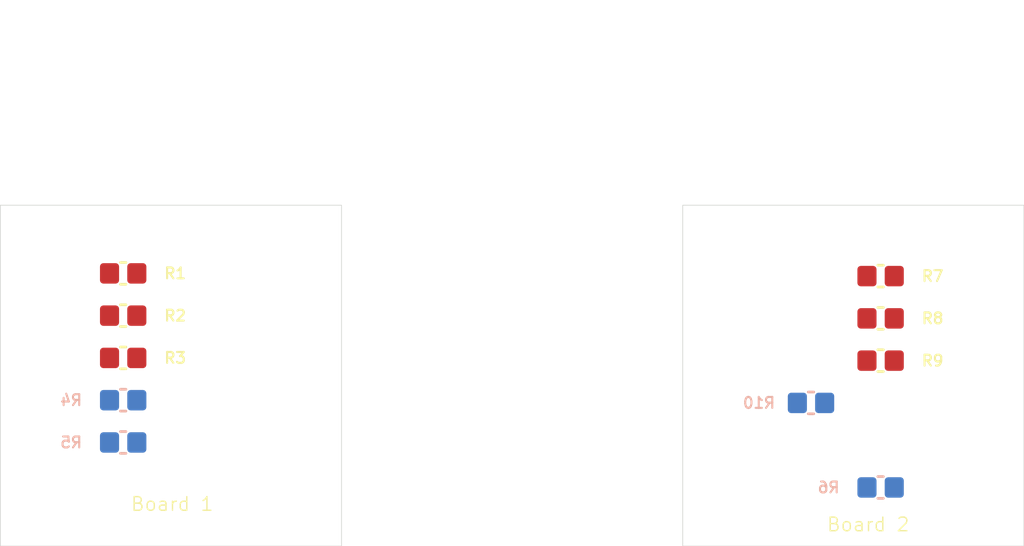
<source format=kicad_pcb>
(kicad_pcb (version 20240108) (generator "pcbnew") (generator_version "8.0")
  (layers (0 "F.Cu" signal) (31 "B.Cu" signal) (34 "B.Paste" user) (35 "F.Paste" user) (36 "B.SilkS" user "B.Silkscreen") (37 "F.SilkS" user "F.Silkscreen") (38 "B.Mask" user) (39 "F.Mask" user) (44 "Edge.Cuts" user))
  (property "pIrUlO" "4k7")
  (net 0 "")
  (footprint "dhaillant_smd_resistors:RES-C-0805" (layer "F.Cu") (at 164.5 105.2)
    (property "Reference" "R7" (at 3.81 0 0) (layer "F.SilkS") (effects (font (size 0.8 0.8))))
    (property "Value" "1k")
    (fp_line (start -0.2 0.8) (end 0.2 0.8) (stroke (width 0.2)) (layer "F.SilkS"))
    (fp_line (start 0.2 -0.8) (end -0.2 -0.8) (stroke (width 0.2)) (layer "F.SilkS"))
    (pad "1" smd roundrect (at -1 0) (size 1.4 1.5) (layers "F.Cu" "F.Paste" "F.Mask") (roundrect_rratio 0.179))
    (pad "2" smd roundrect (at 1 0) (size 1.4 1.5) (layers "F.Cu" "F.Paste" "F.Mask") (roundrect_rratio 0.179))
  )
  (footprint "dhaillant_smd_resistors:RES-C-0805" (layer "F.Cu") (at 164.5 111.4)
    (property "Reference" "R9" (at 3.81 0 0) (layer "F.SilkS") (effects (font (size 0.8 0.8))))
    (property "Value" "1k")
    (fp_line (start -0.2 0.8) (end 0.2 0.8) (stroke (width 0.2)) (layer "F.SilkS"))
    (fp_line (start 0.2 -0.8) (end -0.2 -0.8) (stroke (width 0.2)) (layer "F.SilkS"))
    (pad "1" smd roundrect (at -1 0) (size 1.4 1.5) (layers "F.Cu" "F.Paste" "F.Mask") (roundrect_rratio 0.179))
    (pad "2" smd roundrect (at 1 0) (size 1.4 1.5) (layers "F.Cu" "F.Paste" "F.Mask") (roundrect_rratio 0.179))
  )
  (footprint "dhaillant_smd_resistors:RES-C-0805" (layer "F.Cu") (at 109 105)
    (property "Reference" "R1" (at 3.81 0 0) (layer "F.SilkS") (effects (font (size 0.8 0.8))))
    (property "Value" "1k")
    (fp_line (start -0.2 0.8) (end 0.2 0.8) (stroke (width 0.2)) (layer "F.SilkS"))
    (fp_line (start 0.2 -0.8) (end -0.2 -0.8) (stroke (width 0.2)) (layer "F.SilkS"))
    (pad "1" smd roundrect (at -1 0) (size 1.4 1.5) (layers "F.Cu" "F.Paste" "F.Mask") (roundrect_rratio 0.179))
    (pad "2" smd roundrect (at 1 0) (size 1.4 1.5) (layers "F.Cu" "F.Paste" "F.Mask") (roundrect_rratio 0.179))
  )
  (footprint "dhaillant_smd_resistors:RES-C-0805" (layer "F.Cu") (at 109 108.1)
    (property "Reference" "R2" (at 3.81 0 0) (layer "F.SilkS") (effects (font (size 0.8 0.8))))
    (property "Value" "1k")
    (fp_line (start -0.2 0.8) (end 0.2 0.8) (stroke (width 0.2)) (layer "F.SilkS"))
    (fp_line (start 0.2 -0.8) (end -0.2 -0.8) (stroke (width 0.2)) (layer "F.SilkS"))
    (pad "1" smd roundrect (at -1 0) (size 1.4 1.5) (layers "F.Cu" "F.Paste" "F.Mask") (roundrect_rratio 0.179))
    (pad "2" smd roundrect (at 1 0) (size 1.4 1.5) (layers "F.Cu" "F.Paste" "F.Mask") (roundrect_rratio 0.179))
  )
  (footprint "dhaillant_smd_resistors:RES-C-0805" (layer "F.Cu") (at 109 111.2)
    (property "Reference" "R3" (at 3.81 0 0) (layer "F.SilkS") (effects (font (size 0.8 0.8))))
    (property "Value" "1k")
    (fp_line (start -0.2 0.8) (end 0.2 0.8) (stroke (width 0.2)) (layer "F.SilkS"))
    (fp_line (start 0.2 -0.8) (end -0.2 -0.8) (stroke (width 0.2)) (layer "F.SilkS"))
    (pad "1" smd roundrect (at -1 0) (size 1.4 1.5) (layers "F.Cu" "F.Paste" "F.Mask") (roundrect_rratio 0.179))
    (pad "2" smd roundrect (at 1 0) (size 1.4 1.5) (layers "F.Cu" "F.Paste" "F.Mask") (roundrect_rratio 0.179))
  )
  (footprint "dhaillant_smd_resistors:RES-C-0805" (layer "F.Cu") (at 164.5 108.3)
    (property "Reference" "R8" (at 3.81 0 0) (layer "F.SilkS") (effects (font (size 0.8 0.8))))
    (property "Value" "1k")
    (fp_line (start -0.2 0.8) (end 0.2 0.8) (stroke (width 0.2)) (layer "F.SilkS"))
    (fp_line (start 0.2 -0.8) (end -0.2 -0.8) (stroke (width 0.2)) (layer "F.SilkS"))
    (pad "1" smd roundrect (at -1 0) (size 1.4 1.5) (layers "F.Cu" "F.Paste" "F.Mask") (roundrect_rratio 0.179))
    (pad "2" smd roundrect (at 1 0) (size 1.4 1.5) (layers "F.Cu" "F.Paste" "F.Mask") (roundrect_rratio 0.179))
  )
  (footprint "dhaillant_smd_resistors:RES-C-0805" (layer "B.Cu") (at 109 117.4 180)
    (property "Reference" "R5" (at 3.81 0 0) (layer "B.SilkS") (effects (font (size 0.8 0.8)) (justify mirror)))
    (property "Value" "1k")
    (fp_line (start 0.2 -0.8) (end -0.2 -0.8) (stroke (width 0.2)) (layer "B.SilkS"))
    (fp_line (start -0.2 0.8) (end 0.2 0.8) (stroke (width 0.2)) (layer "B.SilkS"))
    (pad "1" smd roundrect (at -1 0 180) (size 1.4 1.5) (layers "B.Cu" "B.Paste" "B.Mask") (roundrect_rratio 0.179))
    (pad "2" smd roundrect (at 1 0 180) (size 1.4 1.5) (layers "B.Cu" "B.Paste" "B.Mask") (roundrect_rratio 0.179))
  )
  (footprint "dhaillant_smd_resistors:RES-C-0805" (layer "B.Cu") (at 159.4 114.5 180)
    (property "Reference" "R10" (at 3.81 0 0) (layer "B.SilkS") (effects (font (size 0.8 0.8)) (justify mirror)))
    (property "Value" "1k")
    (fp_line (start 0.2 -0.8) (end -0.2 -0.8) (stroke (width 0.2)) (layer "B.SilkS"))
    (fp_line (start -0.2 0.8) (end 0.2 0.8) (stroke (width 0.2)) (layer "B.SilkS"))
    (pad "1" smd roundrect (at -1 0 180) (size 1.4 1.5) (layers "B.Cu" "B.Paste" "B.Mask") (roundrect_rratio 0.179))
    (pad "2" smd roundrect (at 1 0 180) (size 1.4 1.5) (layers "B.Cu" "B.Paste" "B.Mask") (roundrect_rratio 0.179))
  )
  (footprint "dhaillant_smd_resistors:RES-C-0805" (layer "B.Cu") (at 164.5 120.7 180)
    (property "Reference" "R6" (at 3.81 0 0) (layer "B.SilkS") (effects (font (size 0.8 0.8)) (justify mirror)))
    (property "Value" "1k")
    (fp_line (start 0.2 -0.8) (end -0.2 -0.8) (stroke (width 0.2)) (layer "B.SilkS"))
    (fp_line (start -0.2 0.8) (end 0.2 0.8) (stroke (width 0.2)) (layer "B.SilkS"))
    (pad "1" smd roundrect (at -1 0 180) (size 1.4 1.5) (layers "B.Cu" "B.Paste" "B.Mask") (roundrect_rratio 0.179))
    (pad "2" smd roundrect (at 1 0 180) (size 1.4 1.5) (layers "B.Cu" "B.Paste" "B.Mask") (roundrect_rratio 0.179))
  )
  (footprint "dhaillant_smd_resistors:RES-C-0805" (layer "B.Cu") (at 109 114.3 180)
    (property "Reference" "R4" (at 3.81 0 0) (layer "B.SilkS") (effects (font (size 0.8 0.8)) (justify mirror)))
    (property "Value" "1k")
    (fp_line (start 0.2 -0.8) (end -0.2 -0.8) (stroke (width 0.2)) (layer "B.SilkS"))
    (fp_line (start -0.2 0.8) (end 0.2 0.8) (stroke (width 0.2)) (layer "B.SilkS"))
    (pad "1" smd roundrect (at -1 0 180) (size 1.4 1.5) (layers "B.Cu" "B.Paste" "B.Mask") (roundrect_rratio 0.179))
    (pad "2" smd roundrect (at 1 0 180) (size 1.4 1.5) (layers "B.Cu" "B.Paste" "B.Mask") (roundrect_rratio 0.179))
  )
  (gr_rect (start 100 100) (end 125 125) (stroke (width 0.05)) (fill none) (layer "Edge.Cuts"))
  (gr_rect (start 150 100) (end 175 125) (stroke (width 0.05)) (fill none) (layer "Edge.Cuts"))
  (gr_text "Board 1" (at 109.5 122.5 0) (layer "F.SilkS") (effects (font (size 1 1) (thickness 0.1)) (justify left bottom)))
  (gr_text "Board 2" (at 160.5 124 0) (layer "F.SilkS") (effects (font (size 1 1) (thickness 0.1)) (justify left bottom)))
)
</source>
